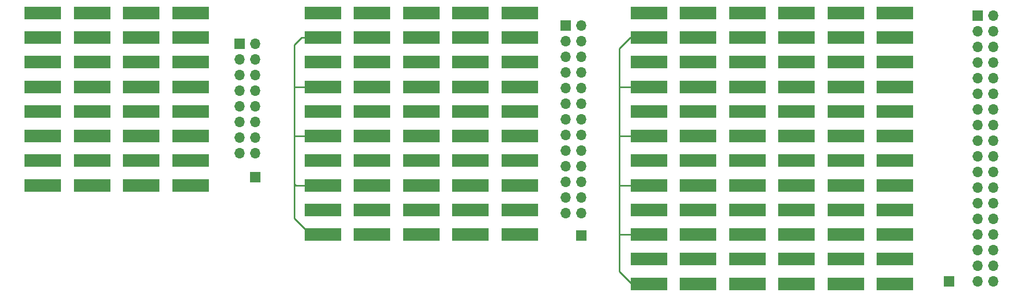
<source format=gtl>
%TF.GenerationSoftware,KiCad,Pcbnew,(6.0.2)*%
%TF.CreationDate,2023-03-09T16:35:16+09:00*%
%TF.ProjectId,pixel_array_study,70697865-6c5f-4617-9272-61795f737475,rev?*%
%TF.SameCoordinates,Original*%
%TF.FileFunction,Copper,L1,Top*%
%TF.FilePolarity,Positive*%
%FSLAX46Y46*%
G04 Gerber Fmt 4.6, Leading zero omitted, Abs format (unit mm)*
G04 Created by KiCad (PCBNEW (6.0.2)) date 2023-03-09 16:35:16*
%MOMM*%
%LPD*%
G01*
G04 APERTURE LIST*
%TA.AperFunction,ComponentPad*%
%ADD10R,1.700000X1.700000*%
%TD*%
%TA.AperFunction,SMDPad,CuDef*%
%ADD11R,6.000000X2.000000*%
%TD*%
%TA.AperFunction,ComponentPad*%
%ADD12O,1.700000X1.700000*%
%TD*%
%TA.AperFunction,ViaPad*%
%ADD13C,0.800000*%
%TD*%
%TA.AperFunction,Conductor*%
%ADD14C,0.250000*%
%TD*%
G04 APERTURE END LIST*
D10*
%TO.P,J8,1,Pin_1*%
%TO.N,Net-(J8-Pad1)*%
X144000000Y-60200000D03*
%TD*%
D11*
%TO.P,R90,1*%
%TO.N,Net-(J9-Pad36)*%
X195000000Y-64000000D03*
%TO.P,R90,2*%
%TO.N,Net-(J10-Pad1)*%
X195000000Y-68000000D03*
%TD*%
%TO.P,R89,1*%
%TO.N,Net-(J9-Pad35)*%
X187000000Y-64000000D03*
%TO.P,R89,2*%
%TO.N,Net-(J10-Pad1)*%
X187000000Y-68000000D03*
%TD*%
%TO.P,R88,1*%
%TO.N,Net-(J9-Pad34)*%
X179000000Y-64000000D03*
%TO.P,R88,2*%
%TO.N,Net-(J10-Pad1)*%
X179000000Y-68000000D03*
%TD*%
%TO.P,R87,1*%
%TO.N,Net-(J9-Pad33)*%
X171000000Y-64000000D03*
%TO.P,R87,2*%
%TO.N,Net-(J10-Pad1)*%
X171000000Y-68000000D03*
%TD*%
%TO.P,R86,1*%
%TO.N,Net-(J9-Pad32)*%
X163000000Y-64000000D03*
%TO.P,R86,2*%
%TO.N,Net-(J10-Pad1)*%
X163000000Y-68000000D03*
%TD*%
%TO.P,R85,1*%
%TO.N,Net-(J9-Pad31)*%
X155000000Y-64000000D03*
%TO.P,R85,2*%
%TO.N,Net-(J10-Pad1)*%
X155000000Y-68000000D03*
%TD*%
%TO.P,R84,1*%
%TO.N,Net-(J9-Pad30)*%
X195000000Y-56000000D03*
%TO.P,R84,2*%
%TO.N,Net-(J10-Pad1)*%
X195000000Y-60000000D03*
%TD*%
%TO.P,R83,1*%
%TO.N,Net-(J9-Pad29)*%
X187000000Y-56000000D03*
%TO.P,R83,2*%
%TO.N,Net-(J10-Pad1)*%
X187000000Y-60000000D03*
%TD*%
%TO.P,R82,1*%
%TO.N,Net-(J9-Pad28)*%
X179000000Y-56000000D03*
%TO.P,R82,2*%
%TO.N,Net-(J10-Pad1)*%
X179000000Y-60000000D03*
%TD*%
%TO.P,R81,2*%
%TO.N,Net-(J10-Pad1)*%
X171000000Y-60000000D03*
%TO.P,R81,1*%
%TO.N,Net-(J9-Pad27)*%
X171000000Y-56000000D03*
%TD*%
%TO.P,R80,1*%
%TO.N,Net-(J9-Pad26)*%
X163000000Y-56000000D03*
%TO.P,R80,2*%
%TO.N,Net-(J10-Pad1)*%
X163000000Y-60000000D03*
%TD*%
%TO.P,R79,1*%
%TO.N,Net-(J9-Pad25)*%
X155000000Y-56000000D03*
%TO.P,R79,2*%
%TO.N,Net-(J10-Pad1)*%
X155000000Y-60000000D03*
%TD*%
%TO.P,R78,1*%
%TO.N,Net-(R78-Pad1)*%
X195000000Y-48000000D03*
%TO.P,R78,2*%
%TO.N,Net-(J10-Pad1)*%
X195000000Y-52000000D03*
%TD*%
%TO.P,R77,1*%
%TO.N,Net-(R77-Pad1)*%
X187000000Y-48000000D03*
%TO.P,R77,2*%
%TO.N,Net-(J10-Pad1)*%
X187000000Y-52000000D03*
%TD*%
%TO.P,R76,1*%
%TO.N,Net-(R76-Pad1)*%
X179000000Y-48000000D03*
%TO.P,R76,2*%
%TO.N,Net-(J10-Pad1)*%
X179000000Y-52000000D03*
%TD*%
%TO.P,R75,1*%
%TO.N,Net-(R75-Pad1)*%
X171000000Y-48000000D03*
%TO.P,R75,2*%
%TO.N,Net-(J10-Pad1)*%
X171000000Y-52000000D03*
%TD*%
%TO.P,R74,1*%
%TO.N,Net-(J9-Pad20)*%
X163000000Y-48000000D03*
%TO.P,R74,2*%
%TO.N,Net-(J10-Pad1)*%
X163000000Y-52000000D03*
%TD*%
%TO.P,R73,1*%
%TO.N,Net-(J9-Pad19)*%
X155000000Y-48000000D03*
%TO.P,R73,2*%
%TO.N,Net-(J10-Pad1)*%
X155000000Y-52000000D03*
%TD*%
%TO.P,R72,1*%
%TO.N,Net-(J9-Pad18)*%
X195000000Y-40000000D03*
%TO.P,R72,2*%
%TO.N,Net-(J10-Pad1)*%
X195000000Y-44000000D03*
%TD*%
%TO.P,R71,1*%
%TO.N,Net-(J9-Pad17)*%
X187000000Y-40000000D03*
%TO.P,R71,2*%
%TO.N,Net-(J10-Pad1)*%
X187000000Y-44000000D03*
%TD*%
%TO.P,R70,1*%
%TO.N,Net-(J9-Pad16)*%
X179000000Y-40000000D03*
%TO.P,R70,2*%
%TO.N,Net-(J10-Pad1)*%
X179000000Y-44000000D03*
%TD*%
%TO.P,R69,1*%
%TO.N,Net-(J9-Pad15)*%
X171000000Y-40000000D03*
%TO.P,R69,2*%
%TO.N,Net-(J10-Pad1)*%
X171000000Y-44000000D03*
%TD*%
%TO.P,R68,1*%
%TO.N,Net-(J9-Pad14)*%
X163000000Y-40000000D03*
%TO.P,R68,2*%
%TO.N,Net-(J10-Pad1)*%
X163000000Y-44000000D03*
%TD*%
%TO.P,R67,1*%
%TO.N,Net-(J9-Pad13)*%
X155000000Y-40000000D03*
%TO.P,R67,2*%
%TO.N,Net-(J10-Pad1)*%
X155000000Y-44000000D03*
%TD*%
%TO.P,R66,1*%
%TO.N,Net-(J9-Pad12)*%
X195000000Y-32000000D03*
%TO.P,R66,2*%
%TO.N,Net-(J10-Pad1)*%
X195000000Y-36000000D03*
%TD*%
%TO.P,R65,1*%
%TO.N,Net-(J9-Pad11)*%
X187000000Y-32000000D03*
%TO.P,R65,2*%
%TO.N,Net-(J10-Pad1)*%
X187000000Y-36000000D03*
%TD*%
%TO.P,R64,1*%
%TO.N,Net-(J9-Pad10)*%
X179000000Y-32000000D03*
%TO.P,R64,2*%
%TO.N,Net-(J10-Pad1)*%
X179000000Y-36000000D03*
%TD*%
%TO.P,R63,1*%
%TO.N,Net-(J9-Pad9)*%
X171000000Y-32000000D03*
%TO.P,R63,2*%
%TO.N,Net-(J10-Pad1)*%
X171000000Y-36000000D03*
%TD*%
%TO.P,R62,1*%
%TO.N,Net-(J9-Pad8)*%
X163000000Y-32000000D03*
%TO.P,R62,2*%
%TO.N,Net-(J10-Pad1)*%
X163000000Y-36000000D03*
%TD*%
%TO.P,R61,1*%
%TO.N,Net-(J9-Pad7)*%
X155000000Y-32000000D03*
%TO.P,R61,2*%
%TO.N,Net-(J10-Pad1)*%
X155000000Y-36000000D03*
%TD*%
%TO.P,R60,1*%
%TO.N,Net-(J9-Pad6)*%
X195000000Y-24000000D03*
%TO.P,R60,2*%
%TO.N,Net-(J10-Pad1)*%
X195000000Y-28000000D03*
%TD*%
%TO.P,R59,1*%
%TO.N,Net-(J9-Pad5)*%
X187000000Y-24000000D03*
%TO.P,R59,2*%
%TO.N,Net-(J10-Pad1)*%
X187000000Y-28000000D03*
%TD*%
%TO.P,R58,1*%
%TO.N,Net-(J9-Pad4)*%
X179000000Y-24000000D03*
%TO.P,R58,2*%
%TO.N,Net-(J10-Pad1)*%
X179000000Y-28000000D03*
%TD*%
%TO.P,R57,1*%
%TO.N,Net-(J9-Pad3)*%
X171000000Y-24000000D03*
%TO.P,R57,2*%
%TO.N,Net-(J10-Pad1)*%
X171000000Y-28000000D03*
%TD*%
%TO.P,R56,1*%
%TO.N,Net-(J9-Pad2)*%
X163000000Y-24000000D03*
%TO.P,R56,2*%
%TO.N,Net-(J10-Pad1)*%
X163000000Y-28000000D03*
%TD*%
%TO.P,R55,1*%
%TO.N,Net-(J9-Pad1)*%
X155000000Y-24000000D03*
%TO.P,R55,2*%
%TO.N,Net-(J10-Pad1)*%
X155000000Y-28000000D03*
%TD*%
%TO.P,R54,2*%
%TO.N,Net-(J8-Pad1)*%
X134000000Y-60000000D03*
%TO.P,R54,1*%
%TO.N,Net-(R54-Pad1)*%
X134000000Y-56000000D03*
%TD*%
%TO.P,R53,2*%
%TO.N,Net-(J8-Pad1)*%
X126000000Y-60000000D03*
%TO.P,R53,1*%
%TO.N,Net-(R53-Pad1)*%
X126000000Y-56000000D03*
%TD*%
%TO.P,R52,2*%
%TO.N,Net-(J8-Pad1)*%
X118000000Y-60000000D03*
%TO.P,R52,1*%
%TO.N,Net-(R52-Pad1)*%
X118000000Y-56000000D03*
%TD*%
%TO.P,R51,2*%
%TO.N,Net-(J8-Pad1)*%
X110000000Y-60000000D03*
%TO.P,R51,1*%
%TO.N,Net-(R51-Pad1)*%
X110000000Y-56000000D03*
%TD*%
%TO.P,R50,2*%
%TO.N,Net-(J8-Pad1)*%
X102000000Y-60000000D03*
%TO.P,R50,1*%
%TO.N,Net-(R50-Pad1)*%
X102000000Y-56000000D03*
%TD*%
%TO.P,R49,2*%
%TO.N,Net-(J8-Pad1)*%
X134000000Y-52000000D03*
%TO.P,R49,1*%
%TO.N,Net-(R49-Pad1)*%
X134000000Y-48000000D03*
%TD*%
%TO.P,R48,2*%
%TO.N,Net-(J8-Pad1)*%
X126000000Y-52000000D03*
%TO.P,R48,1*%
%TO.N,Net-(R48-Pad1)*%
X126000000Y-48000000D03*
%TD*%
%TO.P,R47,2*%
%TO.N,Net-(J8-Pad1)*%
X118000000Y-52000000D03*
%TO.P,R47,1*%
%TO.N,Net-(R47-Pad1)*%
X118000000Y-48000000D03*
%TD*%
%TO.P,R46,2*%
%TO.N,Net-(J8-Pad1)*%
X110000000Y-52000000D03*
%TO.P,R46,1*%
%TO.N,Net-(R46-Pad1)*%
X110000000Y-48000000D03*
%TD*%
%TO.P,R45,2*%
%TO.N,Net-(J8-Pad1)*%
X102000000Y-52000000D03*
%TO.P,R45,1*%
%TO.N,Net-(R45-Pad1)*%
X102000000Y-48000000D03*
%TD*%
%TO.P,R44,2*%
%TO.N,Net-(J8-Pad1)*%
X134000000Y-44000000D03*
%TO.P,R44,1*%
%TO.N,Net-(R44-Pad1)*%
X134000000Y-40000000D03*
%TD*%
%TO.P,R43,2*%
%TO.N,Net-(J8-Pad1)*%
X126000000Y-44000000D03*
%TO.P,R43,1*%
%TO.N,Net-(R43-Pad1)*%
X126000000Y-40000000D03*
%TD*%
%TO.P,R42,2*%
%TO.N,Net-(J8-Pad1)*%
X118000000Y-44000000D03*
%TO.P,R42,1*%
%TO.N,Net-(R42-Pad1)*%
X118000000Y-40000000D03*
%TD*%
%TO.P,R41,2*%
%TO.N,Net-(J8-Pad1)*%
X110000000Y-44000000D03*
%TO.P,R41,1*%
%TO.N,Net-(R41-Pad1)*%
X110000000Y-40000000D03*
%TD*%
%TO.P,R40,2*%
%TO.N,Net-(J8-Pad1)*%
X102000000Y-44000000D03*
%TO.P,R40,1*%
%TO.N,Net-(R40-Pad1)*%
X102000000Y-40000000D03*
%TD*%
%TO.P,R39,2*%
%TO.N,Net-(J8-Pad1)*%
X134000000Y-36000000D03*
%TO.P,R39,1*%
%TO.N,Net-(R39-Pad1)*%
X134000000Y-32000000D03*
%TD*%
%TO.P,R38,2*%
%TO.N,Net-(J8-Pad1)*%
X126000000Y-36000000D03*
%TO.P,R38,1*%
%TO.N,Net-(R38-Pad1)*%
X126000000Y-32000000D03*
%TD*%
%TO.P,R37,2*%
%TO.N,Net-(J8-Pad1)*%
X118000000Y-36000000D03*
%TO.P,R37,1*%
%TO.N,Net-(R37-Pad1)*%
X118000000Y-32000000D03*
%TD*%
%TO.P,R36,2*%
%TO.N,Net-(J8-Pad1)*%
X110000000Y-36000000D03*
%TO.P,R36,1*%
%TO.N,Net-(R36-Pad1)*%
X110000000Y-32000000D03*
%TD*%
%TO.P,R35,2*%
%TO.N,Net-(J8-Pad1)*%
X102000000Y-36000000D03*
%TO.P,R35,1*%
%TO.N,Net-(R35-Pad1)*%
X102000000Y-32000000D03*
%TD*%
%TO.P,R34,2*%
%TO.N,Net-(J8-Pad1)*%
X134000000Y-28000000D03*
%TO.P,R34,1*%
%TO.N,Net-(R34-Pad1)*%
X134000000Y-24000000D03*
%TD*%
%TO.P,R33,2*%
%TO.N,Net-(J8-Pad1)*%
X126000000Y-28000000D03*
%TO.P,R33,1*%
%TO.N,Net-(R33-Pad1)*%
X126000000Y-24000000D03*
%TD*%
%TO.P,R32,2*%
%TO.N,Net-(J8-Pad1)*%
X118000000Y-28000000D03*
%TO.P,R32,1*%
%TO.N,Net-(R32-Pad1)*%
X118000000Y-24000000D03*
%TD*%
%TO.P,R31,2*%
%TO.N,Net-(J8-Pad1)*%
X110000000Y-28000000D03*
%TO.P,R31,1*%
%TO.N,Net-(R31-Pad1)*%
X110000000Y-24000000D03*
%TD*%
%TO.P,R30,2*%
%TO.N,Net-(J8-Pad1)*%
X102000000Y-28000000D03*
%TO.P,R30,1*%
%TO.N,Net-(R30-Pad1)*%
X102000000Y-24000000D03*
%TD*%
%TO.P,R29,1*%
%TO.N,Net-(J5-Pad16)*%
X80500000Y-48000000D03*
%TO.P,R29,2*%
%TO.N,Net-(J6-Pad1)*%
X80500000Y-52000000D03*
%TD*%
%TO.P,R28,1*%
%TO.N,Net-(J5-Pad15)*%
X72500000Y-48000000D03*
%TO.P,R28,2*%
%TO.N,Net-(J6-Pad1)*%
X72500000Y-52000000D03*
%TD*%
%TO.P,R27,1*%
%TO.N,Net-(J5-Pad14)*%
X64500000Y-48000000D03*
%TO.P,R27,2*%
%TO.N,Net-(J6-Pad1)*%
X64500000Y-52000000D03*
%TD*%
%TO.P,R26,1*%
%TO.N,Net-(J5-Pad13)*%
X56500000Y-48000000D03*
%TO.P,R26,2*%
%TO.N,Net-(J6-Pad1)*%
X56500000Y-52000000D03*
%TD*%
%TO.P,R25,1*%
%TO.N,Net-(J5-Pad12)*%
X80500000Y-40000000D03*
%TO.P,R25,2*%
%TO.N,Net-(J6-Pad1)*%
X80500000Y-44000000D03*
%TD*%
%TO.P,R24,1*%
%TO.N,Net-(J5-Pad11)*%
X72500000Y-40000000D03*
%TO.P,R24,2*%
%TO.N,Net-(J6-Pad1)*%
X72500000Y-44000000D03*
%TD*%
%TO.P,R23,1*%
%TO.N,Net-(J5-Pad10)*%
X64500000Y-40000000D03*
%TO.P,R23,2*%
%TO.N,Net-(J6-Pad1)*%
X64500000Y-44000000D03*
%TD*%
%TO.P,R22,1*%
%TO.N,Net-(J5-Pad9)*%
X56500000Y-40000000D03*
%TO.P,R22,2*%
%TO.N,Net-(J6-Pad1)*%
X56500000Y-44000000D03*
%TD*%
%TO.P,R21,1*%
%TO.N,Net-(J5-Pad8)*%
X80500000Y-32000000D03*
%TO.P,R21,2*%
%TO.N,Net-(J6-Pad1)*%
X80500000Y-36000000D03*
%TD*%
%TO.P,R20,1*%
%TO.N,Net-(J5-Pad7)*%
X72500000Y-32000000D03*
%TO.P,R20,2*%
%TO.N,Net-(J6-Pad1)*%
X72500000Y-36000000D03*
%TD*%
%TO.P,R19,1*%
%TO.N,Net-(J5-Pad6)*%
X64500000Y-32000000D03*
%TO.P,R19,2*%
%TO.N,Net-(J6-Pad1)*%
X64500000Y-36000000D03*
%TD*%
%TO.P,R18,1*%
%TO.N,Net-(J5-Pad5)*%
X56500000Y-32000000D03*
%TO.P,R18,2*%
%TO.N,Net-(J6-Pad1)*%
X56500000Y-36000000D03*
%TD*%
%TO.P,R17,1*%
%TO.N,Net-(J5-Pad4)*%
X80500000Y-24000000D03*
%TO.P,R17,2*%
%TO.N,Net-(J6-Pad1)*%
X80500000Y-28000000D03*
%TD*%
%TO.P,R16,1*%
%TO.N,Net-(J5-Pad3)*%
X72500000Y-24000000D03*
%TO.P,R16,2*%
%TO.N,Net-(J6-Pad1)*%
X72500000Y-28000000D03*
%TD*%
%TO.P,R15,1*%
%TO.N,Net-(J5-Pad2)*%
X64500000Y-24000000D03*
%TO.P,R15,2*%
%TO.N,Net-(J6-Pad1)*%
X64500000Y-28000000D03*
%TD*%
%TO.P,R14,1*%
%TO.N,Net-(J5-Pad1)*%
X56500000Y-24000000D03*
%TO.P,R14,2*%
%TO.N,Net-(J6-Pad1)*%
X56500000Y-28000000D03*
%TD*%
D10*
%TO.P,J10,1,Pin_1*%
%TO.N,Net-(J10-Pad1)*%
X203800000Y-67600000D03*
%TD*%
%TO.P,J9,1,Pin_1*%
%TO.N,Net-(J9-Pad1)*%
X208460000Y-24425000D03*
D12*
%TO.P,J9,2,Pin_2*%
%TO.N,Net-(J9-Pad2)*%
X211000000Y-24425000D03*
%TO.P,J9,3,Pin_3*%
%TO.N,Net-(J9-Pad3)*%
X208460000Y-26965000D03*
%TO.P,J9,4,Pin_4*%
%TO.N,Net-(J9-Pad4)*%
X211000000Y-26965000D03*
%TO.P,J9,5,Pin_5*%
%TO.N,Net-(J9-Pad5)*%
X208460000Y-29505000D03*
%TO.P,J9,6,Pin_6*%
%TO.N,Net-(J9-Pad6)*%
X211000000Y-29505000D03*
%TO.P,J9,7,Pin_7*%
%TO.N,Net-(J9-Pad7)*%
X208460000Y-32045000D03*
%TO.P,J9,8,Pin_8*%
%TO.N,Net-(J9-Pad8)*%
X211000000Y-32045000D03*
%TO.P,J9,9,Pin_9*%
%TO.N,Net-(J9-Pad9)*%
X208460000Y-34585000D03*
%TO.P,J9,10,Pin_10*%
%TO.N,Net-(J9-Pad10)*%
X211000000Y-34585000D03*
%TO.P,J9,11,Pin_11*%
%TO.N,Net-(J9-Pad11)*%
X208460000Y-37125000D03*
%TO.P,J9,12,Pin_12*%
%TO.N,Net-(J9-Pad12)*%
X211000000Y-37125000D03*
%TO.P,J9,13,Pin_13*%
%TO.N,Net-(J9-Pad13)*%
X208460000Y-39665000D03*
%TO.P,J9,14,Pin_14*%
%TO.N,Net-(J9-Pad14)*%
X211000000Y-39665000D03*
%TO.P,J9,15,Pin_15*%
%TO.N,Net-(J9-Pad15)*%
X208460000Y-42205000D03*
%TO.P,J9,16,Pin_16*%
%TO.N,Net-(J9-Pad16)*%
X211000000Y-42205000D03*
%TO.P,J9,17,Pin_17*%
%TO.N,Net-(J9-Pad17)*%
X208460000Y-44745000D03*
%TO.P,J9,18,Pin_18*%
%TO.N,Net-(J9-Pad18)*%
X211000000Y-44745000D03*
%TO.P,J9,19,Pin_19*%
%TO.N,Net-(J9-Pad19)*%
X208460000Y-47285000D03*
%TO.P,J9,20,Pin_20*%
%TO.N,Net-(J9-Pad20)*%
X211000000Y-47285000D03*
%TO.P,J9,21,Pin_21*%
%TO.N,Net-(R75-Pad1)*%
X208460000Y-49825000D03*
%TO.P,J9,22,Pin_22*%
%TO.N,Net-(R76-Pad1)*%
X211000000Y-49825000D03*
%TO.P,J9,23,Pin_23*%
%TO.N,Net-(R77-Pad1)*%
X208460000Y-52365000D03*
%TO.P,J9,24,Pin_24*%
%TO.N,Net-(R78-Pad1)*%
X211000000Y-52365000D03*
%TO.P,J9,25,Pin_25*%
%TO.N,Net-(J9-Pad25)*%
X208460000Y-54905000D03*
%TO.P,J9,26,Pin_26*%
%TO.N,Net-(J9-Pad26)*%
X211000000Y-54905000D03*
%TO.P,J9,27,Pin_27*%
%TO.N,Net-(J9-Pad27)*%
X208460000Y-57445000D03*
%TO.P,J9,28,Pin_28*%
%TO.N,Net-(J9-Pad28)*%
X211000000Y-57445000D03*
%TO.P,J9,29,Pin_29*%
%TO.N,Net-(J9-Pad29)*%
X208460000Y-59985000D03*
%TO.P,J9,30,Pin_30*%
%TO.N,Net-(J9-Pad30)*%
X211000000Y-59985000D03*
%TO.P,J9,31,Pin_31*%
%TO.N,Net-(J9-Pad31)*%
X208460000Y-62525000D03*
%TO.P,J9,32,Pin_32*%
%TO.N,Net-(J9-Pad32)*%
X211000000Y-62525000D03*
%TO.P,J9,33,Pin_33*%
%TO.N,Net-(J9-Pad33)*%
X208460000Y-65065000D03*
%TO.P,J9,34,Pin_34*%
%TO.N,Net-(J9-Pad34)*%
X211000000Y-65065000D03*
%TO.P,J9,35,Pin_35*%
%TO.N,Net-(J9-Pad35)*%
X208460000Y-67605000D03*
%TO.P,J9,36,Pin_36*%
%TO.N,Net-(J9-Pad36)*%
X211000000Y-67605000D03*
%TD*%
%TO.P,J7,26*%
%TO.N,N/C*%
X144000000Y-56480000D03*
%TO.P,J7,25,Pin_25*%
%TO.N,Net-(R54-Pad1)*%
X141460000Y-56480000D03*
%TO.P,J7,24,Pin_24*%
%TO.N,Net-(R53-Pad1)*%
X144000000Y-53940000D03*
%TO.P,J7,23,Pin_23*%
%TO.N,Net-(R52-Pad1)*%
X141460000Y-53940000D03*
%TO.P,J7,22,Pin_22*%
%TO.N,Net-(R51-Pad1)*%
X144000000Y-51400000D03*
%TO.P,J7,21,Pin_21*%
%TO.N,Net-(R50-Pad1)*%
X141460000Y-51400000D03*
%TO.P,J7,20,Pin_20*%
%TO.N,Net-(R49-Pad1)*%
X144000000Y-48860000D03*
%TO.P,J7,19,Pin_19*%
%TO.N,Net-(R48-Pad1)*%
X141460000Y-48860000D03*
%TO.P,J7,18,Pin_18*%
%TO.N,Net-(R47-Pad1)*%
X144000000Y-46320000D03*
%TO.P,J7,17,Pin_17*%
%TO.N,Net-(R46-Pad1)*%
X141460000Y-46320000D03*
%TO.P,J7,16,Pin_16*%
%TO.N,Net-(R45-Pad1)*%
X144000000Y-43780000D03*
%TO.P,J7,15,Pin_15*%
%TO.N,Net-(R44-Pad1)*%
X141460000Y-43780000D03*
%TO.P,J7,14,Pin_14*%
%TO.N,Net-(R43-Pad1)*%
X144000000Y-41240000D03*
%TO.P,J7,13,Pin_13*%
%TO.N,Net-(R42-Pad1)*%
X141460000Y-41240000D03*
%TO.P,J7,12,Pin_12*%
%TO.N,Net-(R41-Pad1)*%
X144000000Y-38700000D03*
%TO.P,J7,11,Pin_11*%
%TO.N,Net-(R40-Pad1)*%
X141460000Y-38700000D03*
%TO.P,J7,10,Pin_10*%
%TO.N,Net-(R39-Pad1)*%
X144000000Y-36160000D03*
%TO.P,J7,9,Pin_9*%
%TO.N,Net-(R38-Pad1)*%
X141460000Y-36160000D03*
%TO.P,J7,8,Pin_8*%
%TO.N,Net-(R37-Pad1)*%
X144000000Y-33620000D03*
%TO.P,J7,7,Pin_7*%
%TO.N,Net-(R36-Pad1)*%
X141460000Y-33620000D03*
%TO.P,J7,6,Pin_6*%
%TO.N,Net-(R35-Pad1)*%
X144000000Y-31080000D03*
%TO.P,J7,5,Pin_5*%
%TO.N,Net-(R34-Pad1)*%
X141460000Y-31080000D03*
%TO.P,J7,4,Pin_4*%
%TO.N,Net-(R33-Pad1)*%
X144000000Y-28540000D03*
%TO.P,J7,3,Pin_3*%
%TO.N,Net-(R32-Pad1)*%
X141460000Y-28540000D03*
%TO.P,J7,2,Pin_2*%
%TO.N,Net-(R31-Pad1)*%
X144000000Y-26000000D03*
D10*
%TO.P,J7,1,Pin_1*%
%TO.N,Net-(R30-Pad1)*%
X141460000Y-26000000D03*
%TD*%
%TO.P,J6,1,Pin_1*%
%TO.N,Net-(J6-Pad1)*%
X91000000Y-50700000D03*
%TD*%
%TO.P,J5,1,Pin_1*%
%TO.N,Net-(J5-Pad1)*%
X88500000Y-29000000D03*
D12*
%TO.P,J5,2,Pin_2*%
%TO.N,Net-(J5-Pad2)*%
X91040000Y-29000000D03*
%TO.P,J5,3,Pin_3*%
%TO.N,Net-(J5-Pad3)*%
X88500000Y-31540000D03*
%TO.P,J5,4,Pin_4*%
%TO.N,Net-(J5-Pad4)*%
X91040000Y-31540000D03*
%TO.P,J5,5,Pin_5*%
%TO.N,Net-(J5-Pad5)*%
X88500000Y-34080000D03*
%TO.P,J5,6,Pin_6*%
%TO.N,Net-(J5-Pad6)*%
X91040000Y-34080000D03*
%TO.P,J5,7,Pin_7*%
%TO.N,Net-(J5-Pad7)*%
X88500000Y-36620000D03*
%TO.P,J5,8,Pin_8*%
%TO.N,Net-(J5-Pad8)*%
X91040000Y-36620000D03*
%TO.P,J5,9,Pin_9*%
%TO.N,Net-(J5-Pad9)*%
X88500000Y-39160000D03*
%TO.P,J5,10,Pin_10*%
%TO.N,Net-(J5-Pad10)*%
X91040000Y-39160000D03*
%TO.P,J5,11,Pin_11*%
%TO.N,Net-(J5-Pad11)*%
X88500000Y-41700000D03*
%TO.P,J5,12,Pin_12*%
%TO.N,Net-(J5-Pad12)*%
X91040000Y-41700000D03*
%TO.P,J5,13,Pin_13*%
%TO.N,Net-(J5-Pad13)*%
X88500000Y-44240000D03*
%TO.P,J5,14,Pin_14*%
%TO.N,Net-(J5-Pad14)*%
X91040000Y-44240000D03*
%TO.P,J5,15,Pin_15*%
%TO.N,Net-(J5-Pad15)*%
X88500000Y-46780000D03*
%TO.P,J5,16,Pin_16*%
%TO.N,Net-(J5-Pad16)*%
X91040000Y-46780000D03*
%TD*%
D13*
%TO.N,Net-(J9-Pad13)*%
X157000000Y-40000000D03*
X155000000Y-40000000D03*
X153000000Y-40000000D03*
%TO.N,Net-(J10-Pad1)*%
X173000000Y-44000000D03*
X171000000Y-44000000D03*
X169000000Y-44000000D03*
X165000000Y-44000000D03*
X163000000Y-44000000D03*
X161000000Y-44000000D03*
X157000000Y-44000000D03*
X155000000Y-44000000D03*
X153000000Y-44000000D03*
%TO.N,Net-(J9-Pad19)*%
X153000000Y-48000000D03*
X155000000Y-48000000D03*
X157000000Y-48000000D03*
%TO.N,Net-(J9-Pad20)*%
X161000000Y-48000000D03*
X163000000Y-48000000D03*
X165000000Y-48000000D03*
%TO.N,Net-(R75-Pad1)*%
X169000000Y-48000000D03*
X171000000Y-48000000D03*
X173000000Y-48000000D03*
%TO.N,Net-(J10-Pad1)*%
X173000000Y-52000000D03*
X171000000Y-52000000D03*
X169000000Y-52000000D03*
X165000000Y-52000000D03*
X163000000Y-52000000D03*
X161000000Y-52000000D03*
X157000000Y-52000000D03*
X155000000Y-52000000D03*
X153000000Y-52000000D03*
%TO.N,Net-(J9-Pad25)*%
X157000000Y-56000000D03*
X155000000Y-56000000D03*
X153000000Y-56000000D03*
%TO.N,Net-(J10-Pad1)*%
X153000000Y-60000000D03*
X155000000Y-60000000D03*
X157000000Y-60000000D03*
%TO.N,Net-(J9-Pad31)*%
X157000000Y-64000000D03*
X155000000Y-64000000D03*
X153000000Y-64000000D03*
%TO.N,Net-(J10-Pad1)*%
X153000000Y-68000000D03*
X155000000Y-68000000D03*
X157000000Y-68000000D03*
X161000000Y-68000000D03*
X163000000Y-68000000D03*
X165000000Y-68000000D03*
%TO.N,Net-(J9-Pad32)*%
X165000000Y-64000000D03*
X163000000Y-64000000D03*
X161000000Y-64000000D03*
%TO.N,Net-(J10-Pad1)*%
X161000000Y-60000000D03*
X163000000Y-60000000D03*
X165000000Y-60000000D03*
%TO.N,Net-(J9-Pad26)*%
X165000000Y-56000000D03*
X163000000Y-56000000D03*
X161000000Y-56000000D03*
%TO.N,Net-(J9-Pad27)*%
X173000000Y-56000000D03*
X171000000Y-56000000D03*
X169000000Y-56000000D03*
%TO.N,Net-(J10-Pad1)*%
X173000000Y-60000000D03*
X171000000Y-60000000D03*
X169000000Y-60000000D03*
%TO.N,Net-(J9-Pad33)*%
X173000000Y-64000000D03*
X171000000Y-64000000D03*
X169000000Y-64000000D03*
%TO.N,Net-(J10-Pad1)*%
X173000000Y-68000000D03*
X171000000Y-68000000D03*
X169000000Y-68000000D03*
X181000000Y-68000000D03*
X179000000Y-68000000D03*
X177000000Y-68000000D03*
%TO.N,Net-(J9-Pad34)*%
X181000000Y-64000000D03*
X179000000Y-64000000D03*
X177000000Y-64000000D03*
%TO.N,Net-(J10-Pad1)*%
X181000000Y-60000000D03*
X179000000Y-60000000D03*
X177000000Y-60000000D03*
%TO.N,Net-(J9-Pad28)*%
X181000000Y-56000000D03*
X179000000Y-56000000D03*
X177000000Y-56000000D03*
%TO.N,Net-(J10-Pad1)*%
X181000000Y-52000000D03*
X179000000Y-52000000D03*
X177000000Y-52000000D03*
%TO.N,Net-(R76-Pad1)*%
X181000000Y-48000000D03*
X179000000Y-48000000D03*
X177000000Y-48000000D03*
%TO.N,Net-(J10-Pad1)*%
X181000000Y-44000000D03*
X179000000Y-44000000D03*
X177000000Y-44000000D03*
X197000000Y-60000000D03*
X195000000Y-60000000D03*
X193000000Y-60000000D03*
%TO.N,Net-(J9-Pad36)*%
X193000000Y-64000000D03*
X195000000Y-64000000D03*
X197000000Y-64000000D03*
%TO.N,Net-(J10-Pad1)*%
X197000000Y-68000000D03*
X195000000Y-68000000D03*
X193000000Y-68000000D03*
X189000000Y-68000000D03*
X187000000Y-68000000D03*
X185000000Y-68000000D03*
%TO.N,Net-(J9-Pad35)*%
X185000000Y-64000000D03*
X187000000Y-64000000D03*
X189000000Y-64000000D03*
%TO.N,Net-(J10-Pad1)*%
X189000000Y-60000000D03*
X187000000Y-60000000D03*
X185000000Y-60000000D03*
%TO.N,Net-(J9-Pad29)*%
X185000000Y-56000000D03*
X187000000Y-56000000D03*
X189000000Y-56000000D03*
%TO.N,Net-(J9-Pad30)*%
X197000000Y-56000000D03*
X195000000Y-56000000D03*
X193000000Y-56000000D03*
%TO.N,Net-(J10-Pad1)*%
X189000000Y-52000000D03*
X187000000Y-52000000D03*
X185000000Y-52000000D03*
%TO.N,Net-(R77-Pad1)*%
X185000000Y-48000000D03*
X187000000Y-48000000D03*
X189000000Y-48000000D03*
%TO.N,Net-(J10-Pad1)*%
X189000000Y-44000000D03*
X187000000Y-44000000D03*
X185000000Y-44000000D03*
X197000000Y-52000000D03*
X195000000Y-52000000D03*
X193000000Y-52000000D03*
%TO.N,Net-(R78-Pad1)*%
X193000000Y-48000000D03*
X197000000Y-48000000D03*
X195000000Y-48000000D03*
%TO.N,Net-(J10-Pad1)*%
X193000000Y-44000000D03*
X195000000Y-44000000D03*
X197000000Y-44000000D03*
%TO.N,Net-(J9-Pad18)*%
X197000000Y-40000000D03*
X195000000Y-40000000D03*
X193000000Y-40000000D03*
%TO.N,Net-(J10-Pad1)*%
X193000000Y-36000000D03*
X195000000Y-36000000D03*
X197000000Y-36000000D03*
%TO.N,Net-(J9-Pad12)*%
X197000000Y-32000000D03*
X195000000Y-32000000D03*
X193000000Y-32000000D03*
%TO.N,Net-(J10-Pad1)*%
X193000000Y-28000000D03*
X195000000Y-28000000D03*
X197000000Y-28000000D03*
%TO.N,Net-(J9-Pad6)*%
X197000000Y-24000000D03*
X195000000Y-24000000D03*
X193000000Y-24000000D03*
%TO.N,Net-(J9-Pad5)*%
X185000000Y-24000000D03*
X187000000Y-24000000D03*
X189000000Y-24000000D03*
%TO.N,Net-(J10-Pad1)*%
X185000000Y-28000000D03*
X187000000Y-28000000D03*
X189000000Y-28000000D03*
%TO.N,Net-(J9-Pad11)*%
X189000000Y-32000000D03*
X187000000Y-32000000D03*
X185000000Y-32000000D03*
%TO.N,Net-(J10-Pad1)*%
X185000000Y-36000000D03*
X187000000Y-36000000D03*
X189000000Y-36000000D03*
%TO.N,Net-(J9-Pad17)*%
X189000000Y-40000000D03*
X187000000Y-40000000D03*
X185000000Y-40000000D03*
%TO.N,Net-(J9-Pad16)*%
X181000000Y-40000000D03*
X179000000Y-40000000D03*
X177000000Y-40000000D03*
%TO.N,Net-(J10-Pad1)*%
X177000000Y-36000000D03*
X179000000Y-36000000D03*
X181000000Y-36000000D03*
%TO.N,Net-(J9-Pad10)*%
X181000000Y-32000000D03*
X179000000Y-32000000D03*
X177000000Y-32000000D03*
%TO.N,Net-(J10-Pad1)*%
X177000000Y-28000000D03*
X179000000Y-28000000D03*
X181000000Y-28000000D03*
%TO.N,Net-(J9-Pad4)*%
X181000000Y-24000000D03*
X179000000Y-24000000D03*
X177000000Y-24000000D03*
%TO.N,Net-(J9-Pad3)*%
X173000000Y-24000000D03*
X171000000Y-24000000D03*
X169000000Y-24000000D03*
%TO.N,Net-(J10-Pad1)*%
X169000000Y-28000000D03*
X171000000Y-28000000D03*
X173000000Y-28000000D03*
%TO.N,Net-(J9-Pad9)*%
X173000000Y-32000000D03*
X171000000Y-32000000D03*
X169000000Y-32000000D03*
%TO.N,Net-(J10-Pad1)*%
X169000000Y-36000000D03*
X171000000Y-36000000D03*
X173000000Y-36000000D03*
%TO.N,Net-(J9-Pad15)*%
X173000000Y-40000000D03*
X171000000Y-40000000D03*
X169000000Y-40000000D03*
%TO.N,Net-(J9-Pad14)*%
X165000000Y-40000000D03*
X163000000Y-40000000D03*
X161000000Y-40000000D03*
%TO.N,Net-(J10-Pad1)*%
X161000000Y-36000000D03*
X163000000Y-36000000D03*
X165000000Y-36000000D03*
%TO.N,Net-(J9-Pad8)*%
X165000000Y-32000000D03*
X163000000Y-32000000D03*
X161000000Y-32000000D03*
%TO.N,Net-(J10-Pad1)*%
X161000000Y-28000000D03*
X163000000Y-28000000D03*
X165000000Y-28000000D03*
%TO.N,Net-(J9-Pad2)*%
X165000000Y-24000000D03*
X163000000Y-24000000D03*
X161000000Y-24000000D03*
%TO.N,Net-(J10-Pad1)*%
X153000000Y-36000000D03*
X155000000Y-36000000D03*
X157000000Y-36000000D03*
%TO.N,Net-(J9-Pad7)*%
X157000000Y-32000000D03*
X155000000Y-32000000D03*
X153000000Y-32000000D03*
%TO.N,Net-(J10-Pad1)*%
X153000000Y-28000000D03*
X155000000Y-28000000D03*
X157000000Y-28000000D03*
%TO.N,Net-(J9-Pad1)*%
X157000000Y-24000000D03*
X155000000Y-24000000D03*
X153000000Y-24000000D03*
%TO.N,Net-(J8-Pad1)*%
X104000000Y-60000000D03*
X102000000Y-60000000D03*
X100000000Y-60000000D03*
%TO.N,Net-(R50-Pad1)*%
X100000000Y-56000000D03*
X102000000Y-56000000D03*
X104000000Y-56000000D03*
%TO.N,Net-(J8-Pad1)*%
X104000000Y-52000000D03*
X102000000Y-52000000D03*
X100000000Y-52000000D03*
%TO.N,Net-(R45-Pad1)*%
X100000000Y-48000000D03*
X102000000Y-48000000D03*
X104000000Y-48000000D03*
%TO.N,Net-(R48-Pad1)*%
X128000000Y-48000000D03*
X126000000Y-48000000D03*
X124000000Y-48000000D03*
%TO.N,Net-(R47-Pad1)*%
X120000000Y-48000000D03*
X118000000Y-48000000D03*
X116000000Y-48000000D03*
%TO.N,Net-(R46-Pad1)*%
X112000000Y-48000000D03*
X110000000Y-48000000D03*
X108000000Y-48000000D03*
%TO.N,Net-(J8-Pad1)*%
X108000000Y-52000000D03*
X110000000Y-52000000D03*
X112000000Y-52000000D03*
X116000000Y-52000000D03*
X118000000Y-52000000D03*
X120000000Y-52000000D03*
X124000000Y-52000000D03*
X126000000Y-52000000D03*
X128000000Y-52000000D03*
%TO.N,Net-(R53-Pad1)*%
X128000000Y-56000000D03*
X126000000Y-56000000D03*
X124000000Y-56000000D03*
%TO.N,Net-(R52-Pad1)*%
X120000000Y-56000000D03*
X118000000Y-56000000D03*
X116000000Y-56000000D03*
%TO.N,Net-(R51-Pad1)*%
X112000000Y-56000000D03*
X110000000Y-56000000D03*
X108000000Y-56000000D03*
%TO.N,Net-(J8-Pad1)*%
X108000000Y-60000000D03*
X110000000Y-60000000D03*
X112000000Y-60000000D03*
X116000000Y-60000000D03*
X118000000Y-60000000D03*
X120000000Y-60000000D03*
X124000000Y-60000000D03*
X126000000Y-60000000D03*
X128000000Y-60000000D03*
X132000000Y-60000000D03*
X134000000Y-60000000D03*
X136000000Y-60000000D03*
%TO.N,Net-(R54-Pad1)*%
X136000000Y-56000000D03*
X134000000Y-56000000D03*
X132000000Y-56000000D03*
%TO.N,Net-(J8-Pad1)*%
X132000000Y-52000000D03*
X134000000Y-52000000D03*
X136000000Y-52000000D03*
%TO.N,Net-(R49-Pad1)*%
X136000000Y-48000000D03*
X134000000Y-48000000D03*
X132000000Y-48000000D03*
%TO.N,Net-(J8-Pad1)*%
X136000000Y-44000000D03*
X134000000Y-44000000D03*
X132000000Y-44000000D03*
%TO.N,Net-(R44-Pad1)*%
X136000000Y-40000000D03*
X134000000Y-40000000D03*
X132000000Y-40000000D03*
%TO.N,Net-(J8-Pad1)*%
X128000000Y-44000000D03*
X126000000Y-44000000D03*
X124000000Y-44000000D03*
%TO.N,Net-(R43-Pad1)*%
X128000000Y-40000000D03*
X126000000Y-40000000D03*
X124000000Y-40000000D03*
%TO.N,Net-(J8-Pad1)*%
X116000000Y-44000000D03*
X118000000Y-44000000D03*
X120000000Y-44000000D03*
%TO.N,Net-(R42-Pad1)*%
X120000000Y-40000000D03*
X118000000Y-40000000D03*
X116000000Y-40000000D03*
%TO.N,Net-(J8-Pad1)*%
X112000000Y-44000000D03*
X110000000Y-44000000D03*
X108000000Y-44000000D03*
%TO.N,Net-(R41-Pad1)*%
X112000000Y-40000000D03*
X110000000Y-40000000D03*
X108000000Y-40000000D03*
%TO.N,Net-(J8-Pad1)*%
X104000000Y-44000000D03*
X102000000Y-44000000D03*
X100000000Y-44000000D03*
%TO.N,Net-(R40-Pad1)*%
X104000000Y-40000000D03*
X102000000Y-40000000D03*
X100000000Y-40000000D03*
%TO.N,Net-(J8-Pad1)*%
X100000000Y-36000000D03*
X102000000Y-36000000D03*
X104000000Y-36000000D03*
X108000000Y-36000000D03*
X110000000Y-36000000D03*
X112000000Y-36000000D03*
X116000000Y-36000000D03*
X118000000Y-36000000D03*
X120000000Y-36000000D03*
X124000000Y-36000000D03*
X126000000Y-36000000D03*
X128000000Y-36000000D03*
X132000000Y-36000000D03*
X134000000Y-36000000D03*
X136000000Y-36000000D03*
%TO.N,Net-(R39-Pad1)*%
X136000000Y-32000000D03*
X134000000Y-32000000D03*
X132000000Y-32000000D03*
%TO.N,Net-(R38-Pad1)*%
X128000000Y-32000000D03*
X126000000Y-32000000D03*
X124000000Y-32000000D03*
%TO.N,Net-(R37-Pad1)*%
X120000000Y-32000000D03*
X118000000Y-32000000D03*
X116000000Y-32000000D03*
%TO.N,Net-(R36-Pad1)*%
X112000000Y-32000000D03*
X110000000Y-32000000D03*
X108000000Y-32000000D03*
%TO.N,Net-(R35-Pad1)*%
X104000000Y-32000000D03*
X102000000Y-32000000D03*
X100000000Y-32000000D03*
%TO.N,Net-(J8-Pad1)*%
X100000000Y-28000000D03*
X102000000Y-28000000D03*
X104000000Y-28000000D03*
X108000000Y-28000000D03*
X110000000Y-28000000D03*
X112000000Y-28000000D03*
X116000000Y-28000000D03*
X118000000Y-28000000D03*
X120000000Y-28000000D03*
X124000000Y-28000000D03*
X126000000Y-28000000D03*
X128000000Y-28000000D03*
X132000000Y-28000000D03*
X134000000Y-28000000D03*
X136000000Y-28000000D03*
%TO.N,Net-(R34-Pad1)*%
X136000000Y-24000000D03*
X134000000Y-24000000D03*
X132000000Y-24000000D03*
%TO.N,Net-(R33-Pad1)*%
X128000000Y-24000000D03*
X126000000Y-24000000D03*
X124000000Y-24000000D03*
%TO.N,Net-(R32-Pad1)*%
X120000000Y-24000000D03*
X118000000Y-24000000D03*
X116000000Y-24000000D03*
%TO.N,Net-(R31-Pad1)*%
X112000000Y-24000000D03*
X110000000Y-24000000D03*
X108000000Y-24000000D03*
%TO.N,Net-(R30-Pad1)*%
X104000000Y-24000000D03*
X102000000Y-24000000D03*
X100000000Y-24000000D03*
%TO.N,Net-(J6-Pad1)*%
X78500000Y-52000000D03*
X80500000Y-52000000D03*
X82500000Y-52000000D03*
%TO.N,Net-(J5-Pad16)*%
X82500000Y-48000000D03*
X80500000Y-48000000D03*
X78500000Y-48000000D03*
%TO.N,Net-(J5-Pad15)*%
X70500000Y-48000000D03*
X72500000Y-48000000D03*
X74500000Y-48000000D03*
%TO.N,Net-(J6-Pad1)*%
X74500000Y-52000000D03*
X72500000Y-52000000D03*
X70500000Y-52000000D03*
X66500000Y-52000000D03*
X64500000Y-52000000D03*
X62500000Y-52000000D03*
%TO.N,Net-(J5-Pad14)*%
X66500000Y-48000000D03*
X64500000Y-48000000D03*
X62500000Y-48000000D03*
%TO.N,Net-(J6-Pad1)*%
X54500000Y-52000000D03*
X56500000Y-52000000D03*
X58500000Y-52000000D03*
%TO.N,Net-(J5-Pad13)*%
X58500000Y-48000000D03*
X56500000Y-48000000D03*
X54500000Y-48000000D03*
%TO.N,Net-(J6-Pad1)*%
X54500000Y-44000000D03*
X56500000Y-44000000D03*
X58500000Y-44000000D03*
X62500000Y-44000000D03*
X64500000Y-44000000D03*
X66500000Y-44000000D03*
X70500000Y-44000000D03*
X72500000Y-44000000D03*
X74500000Y-44000000D03*
X78500000Y-44000000D03*
X80500000Y-44000000D03*
X82500000Y-44000000D03*
%TO.N,Net-(J5-Pad12)*%
X82500000Y-40000000D03*
X80500000Y-40000000D03*
X78500000Y-40000000D03*
%TO.N,Net-(J5-Pad11)*%
X74500000Y-40000000D03*
X72500000Y-40000000D03*
X70500000Y-40000000D03*
%TO.N,Net-(J5-Pad10)*%
X66500000Y-40000000D03*
X64500000Y-40000000D03*
X62500000Y-40000000D03*
%TO.N,Net-(J5-Pad9)*%
X58500000Y-40000000D03*
X56500000Y-40000000D03*
X54500000Y-40000000D03*
%TO.N,Net-(J6-Pad1)*%
X54500000Y-36000000D03*
X56500000Y-36000000D03*
X58500000Y-36000000D03*
X62500000Y-36000000D03*
X64500000Y-36000000D03*
X66500000Y-36000000D03*
X70500000Y-36000000D03*
X72500000Y-36000000D03*
X74500000Y-36000000D03*
X78500000Y-36000000D03*
X80500000Y-36000000D03*
X82500000Y-36000000D03*
%TO.N,Net-(J5-Pad8)*%
X82500000Y-32000000D03*
X80500000Y-32000000D03*
X78500000Y-32000000D03*
%TO.N,Net-(J5-Pad7)*%
X74500000Y-32000000D03*
X72500000Y-32000000D03*
X70500000Y-32000000D03*
%TO.N,Net-(J5-Pad6)*%
X66500000Y-32000000D03*
X64500000Y-32000000D03*
X62500000Y-32000000D03*
%TO.N,Net-(J5-Pad5)*%
X58500000Y-32000000D03*
X56500000Y-32000000D03*
X54500000Y-32000000D03*
%TO.N,Net-(J6-Pad1)*%
X54500000Y-28000000D03*
X56500000Y-28000000D03*
X58500000Y-28000000D03*
X62500000Y-28000000D03*
X64500000Y-28000000D03*
X66500000Y-28000000D03*
X70500000Y-28000000D03*
X72500000Y-28000000D03*
X74500000Y-28000000D03*
X78500000Y-28000000D03*
X80500000Y-28000000D03*
X82500000Y-28000000D03*
%TO.N,Net-(J5-Pad4)*%
X82500000Y-24000000D03*
X80500000Y-24000000D03*
X78500000Y-24000000D03*
%TO.N,Net-(J5-Pad3)*%
X74500000Y-24000000D03*
X72500000Y-24000000D03*
X70500000Y-24000000D03*
%TO.N,Net-(J5-Pad2)*%
X66500000Y-24000000D03*
X64500000Y-24000000D03*
X62500000Y-24000000D03*
%TO.N,Net-(J5-Pad1)*%
X58500000Y-24000000D03*
X56500000Y-24000000D03*
X54500000Y-24000000D03*
%TD*%
D14*
%TO.N,Net-(J10-Pad1)*%
X150200000Y-60000000D02*
X150200000Y-66000000D01*
X150200000Y-52000000D02*
X150200000Y-60000000D01*
X153000000Y-60000000D02*
X150200000Y-60000000D01*
X153000000Y-52000000D02*
X150200000Y-52000000D01*
X150200000Y-44000000D02*
X150200000Y-52000000D01*
X153000000Y-44000000D02*
X150200000Y-44000000D01*
X150200000Y-36000000D02*
X150200000Y-44000000D01*
X153000000Y-36000000D02*
X150200000Y-36000000D01*
X150200000Y-29800000D02*
X150200000Y-36000000D01*
X152200000Y-68000000D02*
X153000000Y-68000000D01*
X150200000Y-66000000D02*
X152200000Y-68000000D01*
X152000000Y-28000000D02*
X150200000Y-29800000D01*
X153000000Y-28000000D02*
X152000000Y-28000000D01*
%TO.N,Net-(J8-Pad1)*%
X100000000Y-36000000D02*
X97400000Y-36000000D01*
X97400000Y-29200000D02*
X97400000Y-36000000D01*
X97400000Y-36000000D02*
X97400000Y-44000000D01*
X100000000Y-44000000D02*
X97400000Y-44000000D01*
X97400000Y-44000000D02*
X97400000Y-51800000D01*
X100000000Y-52000000D02*
X97600000Y-52000000D01*
X97400000Y-51800000D02*
X97400000Y-57400000D01*
X97600000Y-52000000D02*
X97400000Y-51800000D01*
X97400000Y-57400000D02*
X100000000Y-60000000D01*
X100000000Y-28000000D02*
X98600000Y-28000000D01*
X98600000Y-28000000D02*
X97400000Y-29200000D01*
%TD*%
M02*

</source>
